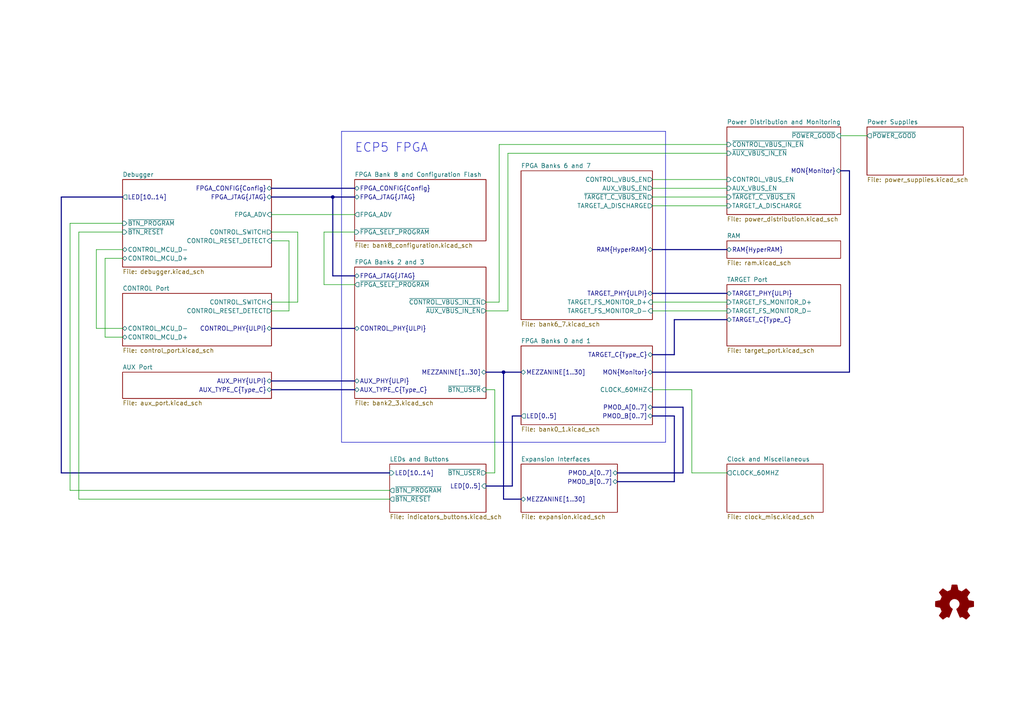
<source format=kicad_sch>
(kicad_sch (version 20231120) (generator "eeschema") (generator_version "8.0")
  (paper "A4")
  (title_block (title "Cynthion") (date "${DATE}") (rev "${VERSION}") (company "Copyright 2019-2023 Great Scott Gadgets") (comment 1 "Licensed under the CERN-OHL-P v2"))
  (lib_symbols
    (symbol "Graphic:Logo_Open_Hardware_Small" (in_bom no) (on_board no)
      (symbol "Logo_Open_Hardware_Small_0_1"
        (polyline (pts (xy 3.3528 -4.3434) (xy 3.302 -4.318) (xy 3.175 -4.2418) (xy 2.9972 -4.1148) (xy 2.7686 -3.9624) (xy 2.54 -3.81) (xy 2.3622 -3.7084) (xy 2.2352 -3.6068) (xy 2.1844 -3.5814) (xy 2.159 -3.6068) (xy 2.0574 -3.6576) (xy 1.905 -3.7338) (xy 1.8034 -3.7846) (xy 1.6764 -3.8354) (xy 1.6002 -3.8354) (xy 1.6002 -3.8354) (xy 1.5494 -3.7338) (xy 1.4732 -3.5306) (xy 1.3462 -3.302) (xy 1.2446 -3.0226) (xy 1.1176 -2.7178) (xy 0.9652 -2.413) (xy 0.8636 -2.1082) (xy 0.7366 -1.8288) (xy 0.6604 -1.6256) (xy 0.6096 -1.4732) (xy 0.5842 -1.397) (xy 0.5842 -1.397) (xy 0.6604 -1.3208) (xy 0.7874 -1.2446) (xy 1.0414 -1.016) (xy 1.2954 -0.6858) (xy 1.4478 -0.3302) (xy 1.524 0.0762) (xy 1.4732 0.4572) (xy 1.3208 0.8128) (xy 1.0668 1.143) (xy 0.762 1.3716) (xy 0.4064 1.524) (xy 0 1.5748) (xy -0.381 1.5494) (xy -0.7366 1.397) (xy -1.0668 1.143) (xy -1.2192 0.9906) (xy -1.397 0.6604) (xy -1.524 0.3048) (xy -1.524 0.2286) (xy -1.4986 -0.1778) (xy -1.397 -0.5334) (xy -1.1938 -0.8636) (xy -0.9144 -1.143) (xy -0.8636 -1.1684) (xy -0.7366 -1.27) (xy -0.635 -1.3462) (xy -0.5842 -1.397) (xy -1.0668 -2.5908) (xy -1.143 -2.794) (xy -1.2954 -3.1242) (xy -1.397 -3.4036) (xy -1.4986 -3.6322) (xy -1.5748 -3.7846) (xy -1.6002 -3.8354) (xy -1.6002 -3.8354) (xy -1.651 -3.8354) (xy -1.7272 -3.81) (xy -1.905 -3.7338) (xy -2.0066 -3.683) (xy -2.1336 -3.6068) (xy -2.2098 -3.5814) (xy -2.2606 -3.6068) (xy -2.3622 -3.683) (xy -2.54 -3.81) (xy -2.7686 -3.9624) (xy -2.9718 -4.0894) (xy -3.1496 -4.2164) (xy -3.302 -4.318) (xy -3.3528 -4.3434) (xy -3.3782 -4.3434) (xy -3.429 -4.318) (xy -3.5306 -4.2164) (xy -3.7084 -4.064) (xy -3.937 -3.8354) (xy -3.9624 -3.81) (xy -4.1656 -3.6068) (xy -4.318 -3.4544) (xy -4.4196 -3.3274) (xy -4.445 -3.2766) (xy -4.445 -3.2766) (xy -4.4196 -3.2258) (xy -4.318 -3.0734) (xy -4.2164 -2.8956) (xy -4.064 -2.667) (xy -3.6576 -2.0828) (xy -3.8862 -1.5494) (xy -3.937 -1.3716) (xy -4.0386 -1.1684) (xy -4.0894 -1.0414) (xy -4.1148 -0.9652) (xy -4.191 -0.9398) (xy -4.318 -0.9144) (xy -4.5466 -0.8636) (xy -4.8006 -0.8128) (xy -5.0546 -0.7874) (xy -5.2578 -0.7366) (xy -5.4356 -0.7112) (xy -5.5118 -0.6858) (xy -5.5118 -0.6858) (xy -5.5372 -0.635) (xy -5.5372 -0.5588) (xy -5.5372 -0.4318) (xy -5.5626 -0.2286) (xy -5.5626 0.0762) (xy -5.5626 0.127) (xy -5.5372 0.4064) (xy -5.5372 0.635) (xy -5.5372 0.762) (xy -5.5372 0.8382) (xy -5.5372 0.8382) (xy -5.461 0.8382) (xy -5.3086 0.889) (xy -5.08 0.9144) (xy -4.826 0.9652) (xy -4.8006 0.9906) (xy -4.5466 1.0414) (xy -4.318 1.0668) (xy -4.1656 1.1176) (xy -4.0894 1.143) (xy -4.0894 1.143) (xy -4.0386 1.2446) (xy -3.9624 1.4224) (xy -3.8608 1.6256) (xy -3.7846 1.8288) (xy -3.7084 2.0066) (xy -3.6576 2.159) (xy -3.6322 2.2098) (xy -3.6322 2.2098) (xy -3.683 2.286) (xy -3.7592 2.413) (xy -3.8862 2.5908) (xy -4.064 2.8194) (xy -4.064 2.8448) (xy -4.2164 3.0734) (xy -4.3434 3.2512) (xy -4.4196 3.3782) (xy -4.445 3.4544) (xy -4.445 3.4544) (xy -4.3942 3.5052) (xy -4.2926 3.6322) (xy -4.1148 3.81) (xy -3.937 4.0132) (xy -3.8608 4.064) (xy -3.6576 4.2926) (xy -3.5052 4.4196) (xy -3.4036 4.4958) (xy -3.3528 4.5212) (xy -3.3528 4.5212) (xy -3.302 4.4704) (xy -3.1496 4.3688) (xy -2.9718 4.2418) (xy -2.7432 4.0894) (xy -2.7178 4.0894) (xy -2.4892 3.937) (xy -2.3114 3.81) (xy -2.1844 3.7084) (xy -2.1336 3.683) (xy -2.1082 3.683) (xy -2.032 3.7084) (xy -1.8542 3.7592) (xy -1.6764 3.8354) (xy -1.4732 3.937) (xy -1.27 4.0132) (xy -1.143 4.064) (xy -1.0668 4.1148) (xy -1.0668 4.1148) (xy -1.0414 4.191) (xy -1.016 4.3434) (xy -0.9652 4.572) (xy -0.9144 4.8514) (xy -0.889 4.9022) (xy -0.8382 5.1562) (xy -0.8128 5.3848) (xy -0.7874 5.5372) (xy -0.762 5.588) (xy -0.7112 5.6134) (xy -0.5842 5.6134) (xy -0.4064 5.6134) (xy -0.1524 5.6134) (xy 0.0762 5.6134) (xy 0.3302 5.6134) (xy 0.5334 5.6134) (xy 0.6858 5.588) (xy 0.7366 5.588) (xy 0.7366 5.588) (xy 0.762 5.5118) (xy 0.8128 5.334) (xy 0.8382 5.1054) (xy 0.9144 4.826) (xy 0.9144 4.7752) (xy 0.9652 4.5212) (xy 1.016 4.2926) (xy 1.0414 4.1402) (xy 1.0668 4.0894) (xy 1.0668 4.0894) (xy 1.1938 4.0386) (xy 1.3716 3.9624) (xy 1.5748 3.8608) (xy 2.0828 3.6576) (xy 2.7178 4.0894) (xy 2.7686 4.1402) (xy 2.9972 4.2926) (xy 3.175 4.4196) (xy 3.302 4.4958) (xy 3.3782 4.5212) (xy 3.3782 4.5212) (xy 3.429 4.4704) (xy 3.556 4.3434) (xy 3.7338 4.191) (xy 3.9116 3.9878) (xy 4.064 3.8354) (xy 4.2418 3.6576) (xy 4.3434 3.556) (xy 4.4196 3.4798) (xy 4.4196 3.429) (xy 4.4196 3.4036) (xy 4.3942 3.3274) (xy 4.2926 3.2004) (xy 4.1656 2.9972) (xy 4.0132 2.794) (xy 3.8862 2.5908) (xy 3.7592 2.3876) (xy 3.6576 2.2352) (xy 3.6322 2.159) (xy 3.6322 2.1336) (xy 3.683 2.0066) (xy 3.7592 1.8288) (xy 3.8608 1.6002) (xy 4.064 1.1176) (xy 4.3942 1.0414) (xy 4.5974 1.016) (xy 4.8768 0.9652) (xy 5.1308 0.9144) (xy 5.5372 0.8382) (xy 5.5626 -0.6604) (xy 5.4864 -0.6858) (xy 5.4356 -0.6858) (xy 5.2832 -0.7366) (xy 5.0546 -0.762) (xy 4.8006 -0.8128) (xy 4.5974 -0.8636) (xy 4.3688 -0.9144) (xy 4.2164 -0.9398) (xy 4.1402 -0.9398) (xy 4.1148 -0.9652) (xy 4.064 -1.0668) (xy 3.9878 -1.2446) (xy 3.9116 -1.4478) (xy 3.81 -1.651) (xy 3.7338 -1.8542) (xy 3.683 -2.0066) (xy 3.6576 -2.0828) (xy 3.683 -2.1336) (xy 3.7846 -2.2606) (xy 3.8862 -2.4638) (xy 4.0386 -2.667) (xy 4.191 -2.8956) (xy 4.318 -3.0734) (xy 4.3942 -3.2004) (xy 4.445 -3.2766) (xy 4.4196 -3.3274) (xy 4.3434 -3.429) (xy 4.1656 -3.5814) (xy 3.937 -3.8354) (xy 3.8862 -3.8608) (xy 3.683 -4.064) (xy 3.5306 -4.2164) (xy 3.4036 -4.318) (xy 3.3528 -4.3434)) (fill (type outline)))
      )
    )
  )
  (bus_alias "JTAG" (members "TMS" "TCK" "TDI" "TDO"))
  (bus_alias "Type_C" (members "SDA" "SCL" "SBU1S" "SBU2S" "~{INT}" "~{FAULT}"))
  (bus_alias "ULPI" (members "DATA[0..7]" "CLK" "DIR" "STP" "NXT" "~{RESET}"))
  (junction (at 96.52 57.15))
  (junction (at 146.05 107.95))
  (bus (pts (xy 189.23 102.87) (xy 195.58 102.87)))
  (bus (pts (xy 146.05 107.95) (xy 151.13 107.95)))
  (wire (pts (xy 143.51 113.03) (xy 140.97 113.03)))
  (wire (pts (xy 93.98 82.55) (xy 102.87 82.55)))
  (wire (pts (xy 78.74 69.85) (xy 83.82 69.85)))
  (bus (pts (xy 17.78 137.16) (xy 113.03 137.16)))
  (bus (pts (xy 210.82 85.09) (xy 189.23 85.09)))
  (wire (pts (xy 86.36 87.63) (xy 78.74 87.63)))
  (wire (pts (xy 86.36 67.31) (xy 86.36 87.63)))
  (bus (pts (xy 17.78 57.15) (xy 17.78 137.16)))
  (wire (pts (xy 78.74 67.31) (xy 86.36 67.31)))
  (bus (pts (xy 195.58 139.7) (xy 179.07 139.7)))
  (wire (pts (xy 210.82 44.45) (xy 147.32 44.45)))
  (wire (pts (xy 147.32 90.17) (xy 140.97 90.17)))
  (wire (pts (xy 35.56 67.31) (xy 22.86 67.31)))
  (wire (pts (xy 20.32 142.24) (xy 113.03 142.24)))
  (wire (pts (xy 189.23 54.61) (xy 210.82 54.61)))
  (wire (pts (xy 143.51 137.16) (xy 140.97 137.16)))
  (wire (pts (xy 147.32 44.45) (xy 147.32 90.17)))
  (polyline (pts (xy 99.06 38.1) (xy 193.04 38.1)))
  (wire (pts (xy 30.48 97.79) (xy 35.56 97.79)))
  (bus (pts (xy 102.87 80.01) (xy 96.52 80.01)))
  (wire (pts (xy 140.97 87.63) (xy 144.78 87.63)))
  (bus (pts (xy 96.52 80.01) (xy 96.52 57.15)))
  (bus (pts (xy 246.38 107.95) (xy 246.38 49.53)))
  (bus (pts (xy 102.87 57.15) (xy 96.52 57.15)))
  (wire (pts (xy 189.23 52.07) (xy 210.82 52.07)))
  (polyline (pts (xy 99.06 38.1) (xy 99.06 128.27)))
  (wire (pts (xy 78.74 62.23) (xy 102.87 62.23)))
  (bus (pts (xy 78.74 54.61) (xy 102.87 54.61)))
  (wire (pts (xy 144.78 41.91) (xy 210.82 41.91)))
  (bus (pts (xy 189.23 107.95) (xy 246.38 107.95)))
  (wire (pts (xy 30.48 74.93) (xy 30.48 97.79)))
  (wire (pts (xy 30.48 74.93) (xy 35.56 74.93)))
  (bus (pts (xy 195.58 120.65) (xy 195.58 139.7)))
  (bus (pts (xy 195.58 102.87) (xy 195.58 92.71)))
  (wire (pts (xy 144.78 87.63) (xy 144.78 41.91)))
  (bus (pts (xy 198.12 137.16) (xy 179.07 137.16)))
  (wire (pts (xy 200.66 137.16) (xy 200.66 113.03)))
  (bus (pts (xy 78.74 113.03) (xy 102.87 113.03)))
  (bus (pts (xy 189.23 118.11) (xy 198.12 118.11)))
  (wire (pts (xy 189.23 59.69) (xy 210.82 59.69)))
  (wire (pts (xy 143.51 113.03) (xy 143.51 137.16)))
  (bus (pts (xy 148.59 120.65) (xy 151.13 120.65)))
  (wire (pts (xy 22.86 144.78) (xy 113.03 144.78)))
  (wire (pts (xy 35.56 64.77) (xy 20.32 64.77)))
  (wire (pts (xy 210.82 137.16) (xy 200.66 137.16)))
  (wire (pts (xy 22.86 67.31) (xy 22.86 144.78)))
  (bus (pts (xy 102.87 95.25) (xy 78.74 95.25)))
  (bus (pts (xy 148.59 140.97) (xy 140.97 140.97)))
  (wire (pts (xy 189.23 87.63) (xy 210.82 87.63)))
  (bus (pts (xy 195.58 92.71) (xy 210.82 92.71)))
  (bus (pts (xy 198.12 118.11) (xy 198.12 137.16)))
  (wire (pts (xy 189.23 57.15) (xy 210.82 57.15)))
  (bus (pts (xy 140.97 107.95) (xy 146.05 107.95)))
  (wire (pts (xy 102.87 67.31) (xy 93.98 67.31)))
  (wire (pts (xy 83.82 69.85) (xy 83.82 90.17)))
  (bus (pts (xy 102.87 110.49) (xy 78.74 110.49)))
  (polyline (pts (xy 193.04 38.1) (xy 193.04 128.27)))
  (wire (pts (xy 93.98 67.31) (xy 93.98 82.55)))
  (bus (pts (xy 35.56 57.15) (xy 17.78 57.15)))
  (bus (pts (xy 96.52 57.15) (xy 78.74 57.15)))
  (wire (pts (xy 243.84 39.37) (xy 251.46 39.37)))
  (wire (pts (xy 27.94 72.39) (xy 27.94 95.25)))
  (wire (pts (xy 27.94 95.25) (xy 35.56 95.25)))
  (wire (pts (xy 35.56 72.39) (xy 27.94 72.39)))
  (wire (pts (xy 20.32 64.77) (xy 20.32 142.24)))
  (wire (pts (xy 83.82 90.17) (xy 78.74 90.17)))
  (bus (pts (xy 189.23 72.39) (xy 210.82 72.39)))
  (bus (pts (xy 246.38 49.53) (xy 243.84 49.53)))
  (bus (pts (xy 148.59 120.65) (xy 148.59 140.97)))
  (bus (pts (xy 146.05 144.78) (xy 151.13 144.78)))
  (bus (pts (xy 189.23 120.65) (xy 195.58 120.65)))
  (wire (pts (xy 200.66 113.03) (xy 189.23 113.03)))
  (bus (pts (xy 146.05 107.95) (xy 146.05 144.78)))
  (polyline (pts (xy 193.04 128.27) (xy 99.06 128.27)))
  (wire (pts (xy 210.82 90.17) (xy 189.23 90.17)))
  (text "ECP5 FPGA" (at 102.87 44.45 0) (effects (font (size 2.54 2.54)) (justify left bottom)))
  (symbol (lib_id "Graphic:Logo_Open_Hardware_Small") (at 276.86 175.26 0) (unit 1)
    (property "Reference" "#LOGO1" (effects (hide yes)))
    (property "Value" "Logo_Open_Hardware_Small" (effects (hide yes)))
  )
  (sheet (at 251.46 36.83) (size 27.94 13.97)
    (property "Sheetname" "Power Supplies" (at 251.46 36.1184 0) (effects (justify left bottom)))
    (property "Sheetfile" "power_supplies.kicad_sch" (at 251.46 51.3846 0) (effects (justify left top)))
    (pin "~{POWER_GOOD}" output (at 251.46 39.37 180))
  )
  (sheet (at 35.56 52.07) (size 43.18 25.4)
    (property "Sheetname" "Debugger" (at 35.56 51.3584 0) (effects (justify left bottom)))
    (property "Sheetfile" "debugger.kicad_sch" (at 35.56 78.0546 0) (effects (justify left top)))
    (pin "CONTROL_MCU_D-" bidirectional (at 35.56 72.39 180))
    (pin "CONTROL_MCU_D+" bidirectional (at 35.56 74.93 180))
    (pin "CONTROL_SWITCH" output (at 78.74 67.31 0))
    (pin "CONTROL_RESET_DETECT" input (at 78.74 69.85 0))
    (pin "~{BTN_RESET}" input (at 35.56 67.31 180))
    (pin "~{BTN_PROGRAM}" input (at 35.56 64.77 180))
    (pin "LED[10..14]" output (at 35.56 57.15 180))
    (pin "FPGA_CONFIG{Config}" bidirectional (at 78.74 54.61 0))
    (pin "FPGA_JTAG{JTAG}" bidirectional (at 78.74 57.15 0))
    (pin "FPGA_ADV" input (at 78.74 62.23 0))
  )
  (sheet (at 35.56 85.09) (size 43.18 15.24)
    (property "Sheetname" "CONTROL Port" (at 35.56 84.3784 0) (effects (justify left bottom)))
    (property "Sheetfile" "control_port.kicad_sch" (at 35.56 100.9146 0) (effects (justify left top)))
    (pin "CONTROL_MCU_D+" bidirectional (at 35.56 97.79 180))
    (pin "CONTROL_MCU_D-" bidirectional (at 35.56 95.25 180))
    (pin "CONTROL_SWITCH" input (at 78.74 87.63 0))
    (pin "CONTROL_RESET_DETECT" output (at 78.74 90.17 0))
    (pin "CONTROL_PHY{ULPI}" bidirectional (at 78.74 95.25 0))
  )
  (sheet (at 35.56 107.95) (size 43.18 7.62)
    (property "Sheetname" "AUX Port" (at 35.56 107.2384 0) (effects (justify left bottom)))
    (property "Sheetfile" "aux_port.kicad_sch" (at 35.56 116.1546 0) (effects (justify left top)))
    (pin "AUX_TYPE_C{Type_C}" bidirectional (at 78.74 113.03 0))
    (pin "AUX_PHY{ULPI}" bidirectional (at 78.74 110.49 0))
  )
  (sheet (at 210.82 82.55) (size 33.02 17.78)
    (property "Sheetname" "TARGET Port" (at 210.82 81.8384 0) (effects (justify left bottom)))
    (property "Sheetfile" "target_port.kicad_sch" (at 210.82 100.9146 0) (effects (justify left top)))
    (pin "TARGET_C{Type_C}" bidirectional (at 210.82 92.71 180))
    (pin "TARGET_PHY{ULPI}" bidirectional (at 210.82 85.09 180))
    (pin "TARGET_FS_MONITOR_D+" input (at 210.82 87.63 180))
    (pin "TARGET_FS_MONITOR_D-" input (at 210.82 90.17 180))
  )
  (sheet (at 210.82 69.85) (size 33.02 5.08)
    (property "Sheetname" "RAM" (at 210.82 69.1384 0) (effects (justify left bottom)))
    (property "Sheetfile" "ram.kicad_sch" (at 210.82 75.5146 0) (effects (justify left top)))
    (pin "RAM{HyperRAM}" bidirectional (at 210.82 72.39 180))
  )
  (sheet (at 210.82 134.62) (size 27.94 13.97) (stroke (width 0.1524))
    (property "Sheetname" "Clock and Miscellaneous" (at 210.82 133.9084 0) (effects (justify left bottom)))
    (property "Sheetfile" "clock_misc.kicad_sch" (at 210.82 149.1746 0) (effects (justify left top)))
    (pin "CLOCK_60MHZ" output (at 210.82 137.16 180))
  )
  (sheet (at 151.13 49.53) (size 38.1 43.18)
    (property "Sheetname" "FPGA Banks 6 and 7" (at 151.13 48.8184 0) (effects (justify left bottom)))
    (property "Sheetfile" "bank6_7.kicad_sch" (at 151.13 93.2946 0) (effects (justify left top)))
    (pin "AUX_VBUS_EN" output (at 189.23 54.61 0))
    (pin "CONTROL_VBUS_EN" output (at 189.23 52.07 0))
    (pin "~{TARGET_C_VBUS_EN}" output (at 189.23 57.15 0))
    (pin "TARGET_A_DISCHARGE" output (at 189.23 59.69 0))
    (pin "TARGET_FS_MONITOR_D-" input (at 189.23 90.17 0))
    (pin "TARGET_FS_MONITOR_D+" input (at 189.23 87.63 0))
    (pin "TARGET_PHY{ULPI}" bidirectional (at 189.23 85.09 0))
    (pin "RAM{HyperRAM}" bidirectional (at 189.23 72.39 0))
  )
  (sheet (at 210.82 36.83) (size 33.02 25.4) (stroke (width 0.1524))
    (property "Sheetname" "Power Distribution and Monitoring" (at 210.82 36.1184 0) (effects (justify left bottom)))
    (property "Sheetfile" "power_distribution.kicad_sch" (at 210.82 62.8146 0) (effects (justify left top)))
    (pin "CONTROL_VBUS_EN" input (at 210.82 52.07 180))
    (pin "AUX_VBUS_EN" input (at 210.82 54.61 180))
    (pin "~{TARGET_C_VBUS_EN}" input (at 210.82 57.15 180))
    (pin "~{CONTROL_VBUS_IN_EN}" input (at 210.82 41.91 180))
    (pin "~{AUX_VBUS_IN_EN}" input (at 210.82 44.45 180))
    (pin "TARGET_A_DISCHARGE" input (at 210.82 59.69 180))
    (pin "~{POWER_GOOD}" input (at 243.84 39.37 0))
    (pin "MON{Monitor}" bidirectional (at 243.84 49.53 0))
  )
  (sheet (at 102.87 77.47) (size 38.1 38.1)
    (property "Sheetname" "FPGA Banks 2 and 3" (at 102.87 76.7584 0) (effects (justify left bottom)))
    (property "Sheetfile" "bank2_3.kicad_sch" (at 102.87 116.1546 0) (effects (justify left top)))
    (pin "MEZZANINE[1..30]" bidirectional (at 140.97 107.95 0))
    (pin "AUX_PHY{ULPI}" bidirectional (at 102.87 110.49 180))
    (pin "AUX_TYPE_C{Type_C}" bidirectional (at 102.87 113.03 180))
    (pin "~{FPGA_SELF_PROGRAM}" output (at 102.87 82.55 180))
    (pin "~{CONTROL_VBUS_IN_EN}" output (at 140.97 87.63 0))
    (pin "CONTROL_PHY{ULPI}" bidirectional (at 102.87 95.25 180))
    (pin "~{BTN_USER}" input (at 140.97 113.03 0))
    (pin "~{AUX_VBUS_IN_EN}" output (at 140.97 90.17 0))
    (pin "FPGA_JTAG{JTAG}" bidirectional (at 102.87 80.01 180))
  )
  (sheet (at 151.13 134.62) (size 27.94 13.97) (stroke (width 0.1524))
    (property "Sheetname" "Expansion Interfaces" (at 151.13 133.9084 0) (effects (justify left bottom)))
    (property "Sheetfile" "expansion.kicad_sch" (at 151.13 149.1746 0) (effects (justify left top)))
    (pin "PMOD_B[0..7]" bidirectional (at 179.07 139.7 0))
    (pin "PMOD_A[0..7]" bidirectional (at 179.07 137.16 0))
    (pin "MEZZANINE[1..30]" bidirectional (at 151.13 144.78 180))
  )
  (sheet (at 113.03 134.62) (size 27.94 13.97)
    (property "Sheetname" "LEDs and Buttons" (at 113.03 133.9084 0) (effects (justify left bottom)))
    (property "Sheetfile" "indicators_buttons.kicad_sch" (at 113.03 149.1746 0) (effects (justify left top)))
    (pin "LED[0..5]" input (at 140.97 140.97 0))
    (pin "LED[10..14]" input (at 113.03 137.16 180))
    (pin "~{BTN_USER}" output (at 140.97 137.16 0))
    (pin "~{BTN_RESET}" output (at 113.03 144.78 180))
    (pin "~{BTN_PROGRAM}" output (at 113.03 142.24 180))
  )
  (sheet (at 151.13 100.33) (size 38.1 22.86)
    (property "Sheetname" "FPGA Banks 0 and 1" (at 151.13 99.6184 0) (effects (justify left bottom)))
    (property "Sheetfile" "bank0_1.kicad_sch" (at 151.13 123.7746 0) (effects (justify left top)))
    (pin "PMOD_B[0..7]" bidirectional (at 189.23 120.65 0))
    (pin "TARGET_C{Type_C}" bidirectional (at 189.23 102.87 0))
    (pin "CLOCK_60MHZ" input (at 189.23 113.03 0))
    (pin "LED[0..5]" output (at 151.13 120.65 180))
    (pin "MEZZANINE[1..30]" bidirectional (at 151.13 107.95 180))
    (pin "PMOD_A[0..7]" bidirectional (at 189.23 118.11 0))
    (pin "MON{Monitor}" bidirectional (at 189.23 107.95 0))
  )
  (sheet (at 102.87 52.07) (size 38.1 17.78)
    (property "Sheetname" "FPGA Bank 8 and Configuration Flash" (at 102.87 51.3584 0) (effects (justify left bottom)))
    (property "Sheetfile" "bank8_configuration.kicad_sch" (at 102.87 70.4346 0) (effects (justify left top)))
    (pin "~{FPGA_SELF_PROGRAM}" input (at 102.87 67.31 180))
    (pin "FPGA_ADV" output (at 102.87 62.23 180))
    (pin "FPGA_JTAG{JTAG}" bidirectional (at 102.87 57.15 180))
    (pin "FPGA_CONFIG{Config}" bidirectional (at 102.87 54.61 180))
  )
)
</source>
